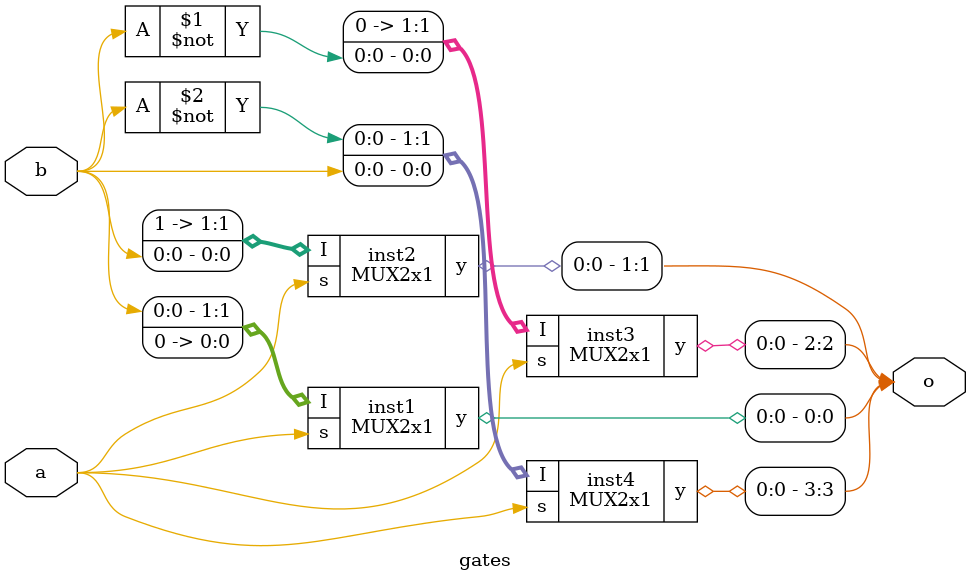
<source format=v>
`timescale 1ns / 1ps
module MUX2x1(I, s, y);
    input [1:0]I ;//2 inputs 
    input s;     //1 select line
    output y;    //1 output
        assign y = (s)? I[1]:I[0];
endmodule

//realising Basic gates using 2X1 MUX.
module gates(a, b, o);
  input a, b;
  output [3:0] o;
  //o[0] -> and result
  //o[1] -> or result
  //o[2] -> nor result
  //o[3] -> xor result
  
  //And Gate
  MUX2x1 inst1 ({b, 1'b0}, a, o[0]);
  //Or Gate
  MUX2x1 inst2 ({1'b1, b}, a, o[1]);
  //Nor Gate
  MUX2x1 inst3 ({1'b0, ~b}, a, o[2]);
  //Xor Gate
  MUX2x1 inst4 ({~b, b}, a, o[3]);
endmodule

</source>
